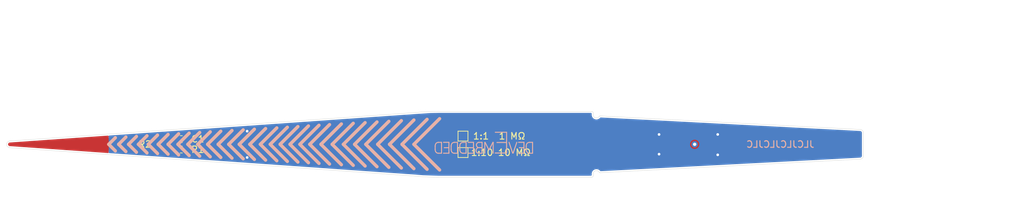
<source format=kicad_pcb>
(kicad_pcb (version 20171130) (host pcbnew 5.1.9-73d0e3b20d~88~ubuntu20.04.1)

  (general
    (thickness 1)
    (drawings 166)
    (tracks 38)
    (zones 0)
    (modules 6)
    (nets 5)
  )

  (page A4)
  (layers
    (0 F.Cu signal)
    (31 B.Cu signal)
    (32 B.Adhes user)
    (33 F.Adhes user)
    (34 B.Paste user)
    (35 F.Paste user)
    (36 B.SilkS user)
    (37 F.SilkS user)
    (38 B.Mask user)
    (39 F.Mask user)
    (40 Dwgs.User user)
    (41 Cmts.User user)
    (42 Eco1.User user)
    (43 Eco2.User user)
    (44 Edge.Cuts user)
    (45 Margin user)
    (46 B.CrtYd user)
    (47 F.CrtYd user)
    (48 B.Fab user)
    (49 F.Fab user)
  )

  (setup
    (last_trace_width 0.5)
    (trace_clearance 0.2)
    (zone_clearance 0.5)
    (zone_45_only no)
    (trace_min 0.2)
    (via_size 0.8)
    (via_drill 0.4)
    (via_min_size 0.4)
    (via_min_drill 0.3)
    (uvia_size 0.3)
    (uvia_drill 0.1)
    (uvias_allowed no)
    (uvia_min_size 0.2)
    (uvia_min_drill 0.1)
    (edge_width 0.05)
    (segment_width 0.2)
    (pcb_text_width 0.3)
    (pcb_text_size 1.5 1.5)
    (mod_edge_width 0.12)
    (mod_text_size 1 1)
    (mod_text_width 0.15)
    (pad_size 1.524 1.524)
    (pad_drill 0.762)
    (pad_to_mask_clearance 0.051)
    (solder_mask_min_width 0.25)
    (aux_axis_origin 120 90)
    (grid_origin 120 90)
    (visible_elements FFFFFF7F)
    (pcbplotparams
      (layerselection 0x010fc_ffffffff)
      (usegerberextensions false)
      (usegerberattributes false)
      (usegerberadvancedattributes false)
      (creategerberjobfile false)
      (excludeedgelayer true)
      (linewidth 0.100000)
      (plotframeref false)
      (viasonmask false)
      (mode 1)
      (useauxorigin false)
      (hpglpennumber 1)
      (hpglpenspeed 20)
      (hpglpendiameter 15.000000)
      (psnegative false)
      (psa4output false)
      (plotreference true)
      (plotvalue true)
      (plotinvisibletext false)
      (padsonsilk false)
      (subtractmaskfromsilk false)
      (outputformat 1)
      (mirror false)
      (drillshape 1)
      (scaleselection 1)
      (outputdirectory ""))
  )

  (net 0 "")
  (net 1 GND)
  (net 2 /AMP)
  (net 3 /TIP)
  (net 4 "Net-(C1-Pad1)")

  (net_class Default "This is the default net class."
    (clearance 0.2)
    (trace_width 0.5)
    (via_dia 0.8)
    (via_drill 0.4)
    (uvia_dia 0.3)
    (uvia_drill 0.1)
    (add_net /AMP)
    (add_net /TIP)
    (add_net GND)
    (add_net "Net-(C1-Pad1)")
  )

  (module TestPoint:TestPoint_THTPad_D1.0mm_Drill0.5mm (layer F.Cu) (tedit 6099379C) (tstamp 5FFCF0EF)
    (at 228.9 100)
    (descr "THT pad as test Point, diameter 1.0mm, hole diameter 0.5mm")
    (tags "test point THT pad")
    (path /5FFCA007)
    (fp_text reference J2 (at 0 -1.448) (layer F.SilkS) hide
      (effects (font (size 1 1) (thickness 0.15)))
    )
    (fp_text value TO_AMP (at 0 1.55) (layer F.Fab)
      (effects (font (size 1 1) (thickness 0.15)))
    )
    (fp_text user %R (at 0 -1.45) (layer F.Fab)
      (effects (font (size 1 1) (thickness 0.15)))
    )
    (fp_circle (center 0 0) (end 1 0) (layer F.CrtYd) (width 0.05))
    (pad 1 thru_hole circle (at 0 0) (size 1 1) (drill 0.5) (layers *.Cu *.Mask)
      (net 2 /AMP))
  )

  (module Resistor_SMD:R_0603_1608Metric (layer F.Cu) (tedit 5B301BBD) (tstamp 60990555)
    (at 148 100 180)
    (descr "Resistor SMD 0603 (1608 Metric), square (rectangular) end terminal, IPC_7351 nominal, (Body size source: http://www.tortai-tech.com/upload/download/2011102023233369053.pdf), generated with kicad-footprint-generator")
    (tags resistor)
    (path /609904A1)
    (attr smd)
    (fp_text reference R2 (at 2.5 0) (layer F.SilkS)
      (effects (font (size 1 1) (thickness 0.15)))
    )
    (fp_text value 220 (at 0 1.43) (layer F.Fab)
      (effects (font (size 1 1) (thickness 0.15)))
    )
    (fp_text user %R (at 0 0) (layer F.Fab)
      (effects (font (size 0.4 0.4) (thickness 0.06)))
    )
    (fp_line (start -0.8 0.4) (end -0.8 -0.4) (layer F.Fab) (width 0.1))
    (fp_line (start -0.8 -0.4) (end 0.8 -0.4) (layer F.Fab) (width 0.1))
    (fp_line (start 0.8 -0.4) (end 0.8 0.4) (layer F.Fab) (width 0.1))
    (fp_line (start 0.8 0.4) (end -0.8 0.4) (layer F.Fab) (width 0.1))
    (fp_line (start -0.162779 -0.51) (end 0.162779 -0.51) (layer F.SilkS) (width 0.12))
    (fp_line (start -0.162779 0.51) (end 0.162779 0.51) (layer F.SilkS) (width 0.12))
    (fp_line (start -1.48 0.73) (end -1.48 -0.73) (layer F.CrtYd) (width 0.05))
    (fp_line (start -1.48 -0.73) (end 1.48 -0.73) (layer F.CrtYd) (width 0.05))
    (fp_line (start 1.48 -0.73) (end 1.48 0.73) (layer F.CrtYd) (width 0.05))
    (fp_line (start 1.48 0.73) (end -1.48 0.73) (layer F.CrtYd) (width 0.05))
    (pad 2 smd roundrect (at 0.7875 0 180) (size 0.875 0.95) (layers F.Cu F.Paste F.Mask) (roundrect_rratio 0.25)
      (net 3 /TIP))
    (pad 1 smd roundrect (at -0.7875 0 180) (size 0.875 0.95) (layers F.Cu F.Paste F.Mask) (roundrect_rratio 0.25)
      (net 4 "Net-(C1-Pad1)"))
    (model ${KISYS3DMOD}/Resistor_SMD.3dshapes/R_0603_1608Metric.wrl
      (at (xyz 0 0 0))
      (scale (xyz 1 1 1))
      (rotate (xyz 0 0 0))
    )
  )

  (module oscilloscope-probes:SIMPLE_PAD (layer F.Cu) (tedit 5FFCA1B5) (tstamp 5FFCF0FD)
    (at 226.2 101.4)
    (path /5FFCB7FA)
    (fp_text reference J3 (at 0 1.905) (layer F.SilkS) hide
      (effects (font (size 1 1) (thickness 0.15)))
    )
    (fp_text value GND (at 0 -1.905) (layer F.Fab) hide
      (effects (font (size 1 1) (thickness 0.15)))
    )
    (pad 1 smd circle (at 0 0) (size 1 1) (layers F.Cu F.Mask)
      (net 1 GND))
  )

  (module oscilloscope-probes:SIMPLE_PAD (layer F.Cu) (tedit 5FFCA1B5) (tstamp 5FFCF0E1)
    (at 135 100)
    (path /5FFC9D55)
    (fp_text reference J1 (at 0 1.905) (layer F.SilkS) hide
      (effects (font (size 1 1) (thickness 0.15)))
    )
    (fp_text value TIP (at 0 -1.905) (layer F.Fab) hide
      (effects (font (size 1 1) (thickness 0.15)))
    )
    (pad 1 smd circle (at 0 0) (size 1 1) (layers F.Cu F.Mask)
      (net 3 /TIP))
  )

  (module Resistor_SMD:R_0603_1608Metric (layer F.Cu) (tedit 5B301BBD) (tstamp 5FFCF10E)
    (at 151 100.8 180)
    (descr "Resistor SMD 0603 (1608 Metric), square (rectangular) end terminal, IPC_7351 nominal, (Body size source: http://www.tortai-tech.com/upload/download/2011102023233369053.pdf), generated with kicad-footprint-generator")
    (tags resistor)
    (path /5FFCA62C)
    (attr smd)
    (fp_text reference R1 (at -2.5 0) (layer F.SilkS)
      (effects (font (size 1 1) (thickness 0.15)))
    )
    (fp_text value 9.53M (at 0 1.43) (layer F.Fab)
      (effects (font (size 1 1) (thickness 0.15)))
    )
    (fp_line (start -0.8 0.4) (end -0.8 -0.4) (layer F.Fab) (width 0.1))
    (fp_line (start -0.8 -0.4) (end 0.8 -0.4) (layer F.Fab) (width 0.1))
    (fp_line (start 0.8 -0.4) (end 0.8 0.4) (layer F.Fab) (width 0.1))
    (fp_line (start 0.8 0.4) (end -0.8 0.4) (layer F.Fab) (width 0.1))
    (fp_line (start -0.162779 -0.51) (end 0.162779 -0.51) (layer F.SilkS) (width 0.12))
    (fp_line (start -0.162779 0.51) (end 0.162779 0.51) (layer F.SilkS) (width 0.12))
    (fp_line (start -1.48 0.73) (end -1.48 -0.73) (layer F.CrtYd) (width 0.05))
    (fp_line (start -1.48 -0.73) (end 1.48 -0.73) (layer F.CrtYd) (width 0.05))
    (fp_line (start 1.48 -0.73) (end 1.48 0.73) (layer F.CrtYd) (width 0.05))
    (fp_line (start 1.48 0.73) (end -1.48 0.73) (layer F.CrtYd) (width 0.05))
    (fp_text user %R (at 0 0) (layer F.Fab)
      (effects (font (size 0.4 0.4) (thickness 0.06)))
    )
    (pad 2 smd roundrect (at 0.7875 0 180) (size 0.875 0.95) (layers F.Cu F.Paste F.Mask) (roundrect_rratio 0.25)
      (net 4 "Net-(C1-Pad1)"))
    (pad 1 smd roundrect (at -0.7875 0 180) (size 0.875 0.95) (layers F.Cu F.Paste F.Mask) (roundrect_rratio 0.25)
      (net 2 /AMP))
    (model ${KISYS3DMOD}/Resistor_SMD.3dshapes/R_0603_1608Metric.wrl
      (at (xyz 0 0 0))
      (scale (xyz 1 1 1))
      (rotate (xyz 0 0 0))
    )
  )

  (module Capacitor_SMD:C_0603_1608Metric (layer F.Cu) (tedit 5B301BBE) (tstamp 5FFCF0D3)
    (at 151 99.2)
    (descr "Capacitor SMD 0603 (1608 Metric), square (rectangular) end terminal, IPC_7351 nominal, (Body size source: http://www.tortai-tech.com/upload/download/2011102023233369053.pdf), generated with kicad-footprint-generator")
    (tags capacitor)
    (path /5FFCAB53)
    (attr smd)
    (fp_text reference C1 (at 2.5 0) (layer F.SilkS)
      (effects (font (size 1 1) (thickness 0.15)))
    )
    (fp_text value 1.0pF (at 0 1.43) (layer F.Fab)
      (effects (font (size 1 1) (thickness 0.15)))
    )
    (fp_line (start -0.8 0.4) (end -0.8 -0.4) (layer F.Fab) (width 0.1))
    (fp_line (start -0.8 -0.4) (end 0.8 -0.4) (layer F.Fab) (width 0.1))
    (fp_line (start 0.8 -0.4) (end 0.8 0.4) (layer F.Fab) (width 0.1))
    (fp_line (start 0.8 0.4) (end -0.8 0.4) (layer F.Fab) (width 0.1))
    (fp_line (start -0.162779 -0.51) (end 0.162779 -0.51) (layer F.SilkS) (width 0.12))
    (fp_line (start -0.162779 0.51) (end 0.162779 0.51) (layer F.SilkS) (width 0.12))
    (fp_line (start -1.48 0.73) (end -1.48 -0.73) (layer F.CrtYd) (width 0.05))
    (fp_line (start -1.48 -0.73) (end 1.48 -0.73) (layer F.CrtYd) (width 0.05))
    (fp_line (start 1.48 -0.73) (end 1.48 0.73) (layer F.CrtYd) (width 0.05))
    (fp_line (start 1.48 0.73) (end -1.48 0.73) (layer F.CrtYd) (width 0.05))
    (fp_text user %R (at 0 0) (layer F.Fab)
      (effects (font (size 0.4 0.4) (thickness 0.06)))
    )
    (pad 2 smd roundrect (at 0.7875 0) (size 0.875 0.95) (layers F.Cu F.Paste F.Mask) (roundrect_rratio 0.25)
      (net 2 /AMP))
    (pad 1 smd roundrect (at -0.7875 0) (size 0.875 0.95) (layers F.Cu F.Paste F.Mask) (roundrect_rratio 0.25)
      (net 4 "Net-(C1-Pad1)"))
    (model ${KISYS3DMOD}/Capacitor_SMD.3dshapes/C_0603_1608Metric.wrl
      (at (xyz 0 0 0))
      (scale (xyz 1 1 1))
      (rotate (xyz 0 0 0))
    )
  )

  (gr_line (start 213.5 104.8) (end 213.5 104.5) (layer Edge.Cuts) (width 0.05) (tstamp 60996872))
  (gr_line (start 213.5 95.2) (end 213.5 95.5) (layer Edge.Cuts) (width 0.05) (tstamp 6099686D))
  (gr_arc (start 213.3 104.8) (end 213.5 104.8) (angle 90) (layer Edge.Cuts) (width 0.05) (tstamp 6099686A))
  (gr_arc (start 213.3 95.2) (end 213.5 95.2) (angle -90) (layer Edge.Cuts) (width 0.05))
  (gr_arc (start 214.527265 104.212087) (end 214.540187 104.312086) (angle 70.79848966) (layer Edge.Cuts) (width 0.05) (tstamp 60996833))
  (gr_arc (start 214.527265 95.787913) (end 214.540187 95.687914) (angle -70.79848966) (layer Edge.Cuts) (width 0.05))
  (gr_arc (start 214 104.5) (end 213.5 104.5) (angle 150.9453959) (layer Edge.Cuts) (width 0.05) (tstamp 60996811))
  (gr_arc (start 214 95.5) (end 213.5 95.5) (angle -150.9453959) (layer Edge.Cuts) (width 0.05))
  (gr_text "1:10 10 MΩ" (at 199.5 101.25) (layer F.SilkS) (tstamp 609967B9)
    (effects (font (size 1 1) (thickness 0.15)))
  )
  (gr_text "1:1  1 MΩ" (at 199.25 98.75) (layer F.SilkS)
    (effects (font (size 1 1) (thickness 0.15)))
  )
  (gr_line (start 194.5 102) (end 193 102) (layer F.SilkS) (width 0.12) (tstamp 6099678D))
  (gr_line (start 194.5 100.5) (end 194.5 102) (layer F.SilkS) (width 0.12))
  (gr_line (start 193 100.5) (end 194.5 100.5) (layer F.SilkS) (width 0.12))
  (gr_line (start 193 102) (end 193 100.5) (layer F.SilkS) (width 0.12))
  (gr_line (start 193 98) (end 193 99.5) (layer F.SilkS) (width 0.12) (tstamp 6099678C))
  (gr_line (start 194.5 98) (end 193 98) (layer F.SilkS) (width 0.12))
  (gr_line (start 194.5 99.5) (end 194.5 98) (layer F.SilkS) (width 0.12))
  (gr_line (start 193 99.5) (end 194.5 99.5) (layer F.SilkS) (width 0.12))
  (gr_line (start 186.3 100) (end 190.2 103.9) (layer B.SilkS) (width 0.5) (tstamp 609962AE))
  (gr_line (start 186.3 100) (end 190.2 96.1) (layer B.SilkS) (width 0.5) (tstamp 609962AD))
  (gr_line (start 184.5 100) (end 188.3 103.8) (layer B.SilkS) (width 0.5) (tstamp 609962AA))
  (gr_line (start 184.5 100) (end 188.3 96.2) (layer B.SilkS) (width 0.5) (tstamp 609962A9))
  (gr_line (start 182.6 100) (end 186.3 103.7) (layer B.SilkS) (width 0.5) (tstamp 609962A6))
  (gr_line (start 182.6 100) (end 186.3 96.3) (layer B.SilkS) (width 0.5) (tstamp 609962A5))
  (gr_line (start 180.8 100) (end 184.4 103.6) (layer B.SilkS) (width 0.5) (tstamp 609962A2))
  (gr_line (start 180.8 100) (end 184.4 96.4) (layer B.SilkS) (width 0.5) (tstamp 609962A1))
  (gr_line (start 179 100) (end 182.5 96.5) (layer B.SilkS) (width 0.5) (tstamp 60996298))
  (gr_line (start 179 100) (end 182.5 103.5) (layer B.SilkS) (width 0.5) (tstamp 60996297))
  (gr_line (start 177.3 100) (end 180.7 103.4) (layer B.SilkS) (width 0.5) (tstamp 60996294))
  (gr_line (start 177.3 100) (end 180.7 96.6) (layer B.SilkS) (width 0.5) (tstamp 60996293))
  (gr_line (start 175.6 100) (end 178.9 96.7) (layer B.SilkS) (width 0.5) (tstamp 60996290))
  (gr_line (start 175.6 100) (end 178.9 103.3) (layer B.SilkS) (width 0.5) (tstamp 6099628F))
  (gr_line (start 173.9 100) (end 177.1 103.2) (layer B.SilkS) (width 0.5) (tstamp 6099628C))
  (gr_line (start 173.9 100) (end 177.1 96.8) (layer B.SilkS) (width 0.5) (tstamp 6099628B))
  (gr_line (start 172.2 100) (end 175.3 96.9) (layer B.SilkS) (width 0.5) (tstamp 60996288))
  (gr_line (start 172.2 100) (end 175.3 103.1) (layer B.SilkS) (width 0.5) (tstamp 60996287))
  (gr_line (start 170.5 100) (end 173.5 103) (layer B.SilkS) (width 0.5) (tstamp 6099627E))
  (gr_line (start 170.5 100) (end 173.5 97) (layer B.SilkS) (width 0.5) (tstamp 6099627D))
  (gr_line (start 169 100) (end 171.9 97.1) (layer B.SilkS) (width 0.5) (tstamp 6099625F))
  (gr_line (start 169 100) (end 171.9 102.9) (layer B.SilkS) (width 0.5) (tstamp 6099625E))
  (gr_line (start 167.5 100) (end 170.3 102.8) (layer B.SilkS) (width 0.5) (tstamp 6099625B))
  (gr_line (start 167.5 100) (end 170.3 97.2) (layer B.SilkS) (width 0.5) (tstamp 6099625A))
  (gr_line (start 166 100) (end 168.7 102.7) (layer B.SilkS) (width 0.5) (tstamp 60996257))
  (gr_line (start 166 100) (end 168.7 97.3) (layer B.SilkS) (width 0.5) (tstamp 60996256))
  (gr_line (start 164.5 100) (end 167.1 97.4) (layer B.SilkS) (width 0.5) (tstamp 60996253))
  (gr_line (start 164.5 100) (end 167.1 102.6) (layer B.SilkS) (width 0.5) (tstamp 60996252))
  (gr_line (start 163 100) (end 165.5 97.5) (layer B.SilkS) (width 0.5) (tstamp 6099624A))
  (gr_line (start 163 100) (end 165.5 102.5) (layer B.SilkS) (width 0.5) (tstamp 60996249))
  (gr_line (start 161.4 100) (end 163.8 97.6) (layer B.SilkS) (width 0.5) (tstamp 6099623F))
  (gr_line (start 161.4 100) (end 163.8 102.4) (layer B.SilkS) (width 0.5) (tstamp 6099623E))
  (gr_line (start 159.8 100) (end 162.1 97.7) (layer B.SilkS) (width 0.5) (tstamp 60996234))
  (gr_line (start 159.8 100) (end 162.1 102.3) (layer B.SilkS) (width 0.5) (tstamp 60996233))
  (gr_line (start 158.2 100) (end 160.4 97.8) (layer B.SilkS) (width 0.5) (tstamp 60996230))
  (gr_line (start 158.2 100) (end 160.4 102.2) (layer B.SilkS) (width 0.5) (tstamp 6099622F))
  (gr_line (start 156.6 100) (end 158.7 102.1) (layer B.SilkS) (width 0.5) (tstamp 6099622C))
  (gr_line (start 156.6 100) (end 158.7 97.9) (layer B.SilkS) (width 0.5) (tstamp 6099622B))
  (gr_line (start 155 100) (end 157 102) (layer B.SilkS) (width 0.5) (tstamp 60996228))
  (gr_line (start 155 100) (end 157 98) (layer B.SilkS) (width 0.5) (tstamp 60996227))
  (gr_line (start 153.5 100) (end 155.4 101.9) (layer B.SilkS) (width 0.5) (tstamp 6099621F))
  (gr_line (start 153.5 100) (end 155.4 98.1) (layer B.SilkS) (width 0.5) (tstamp 6099621E))
  (gr_line (start 152 100) (end 153.8 101.8) (layer B.SilkS) (width 0.5) (tstamp 60996218))
  (gr_line (start 152 100) (end 153.8 98.2) (layer B.SilkS) (width 0.5) (tstamp 60996217))
  (gr_line (start 150.5 100) (end 152.2 101.7) (layer B.SilkS) (width 0.5) (tstamp 609961B7))
  (gr_line (start 150.5 100) (end 152.2 98.3) (layer B.SilkS) (width 0.5) (tstamp 609961B6))
  (gr_line (start 149 100) (end 150.6 98.4) (layer B.SilkS) (width 0.5) (tstamp 609961B3))
  (gr_line (start 149 100) (end 150.6 101.6) (layer B.SilkS) (width 0.5) (tstamp 609961B2))
  (gr_line (start 147.5 100) (end 149 98.5) (layer B.SilkS) (width 0.5) (tstamp 609961AF))
  (gr_line (start 147.5 100) (end 149 101.5) (layer B.SilkS) (width 0.5) (tstamp 609961AE))
  (gr_line (start 146 100) (end 147.4 98.6) (layer B.SilkS) (width 0.5) (tstamp 609961AB))
  (gr_line (start 146 100) (end 147.4 101.4) (layer B.SilkS) (width 0.5) (tstamp 609961AA))
  (gr_line (start 144.5 100) (end 145.8 98.7) (layer B.SilkS) (width 0.5) (tstamp 609961A7))
  (gr_line (start 144.5 100) (end 145.8 101.3) (layer B.SilkS) (width 0.5) (tstamp 609961A6))
  (gr_line (start 143 100) (end 144.2 98.8) (layer B.SilkS) (width 0.5) (tstamp 609961A3))
  (gr_line (start 143 100) (end 144.2 101.2) (layer B.SilkS) (width 0.5) (tstamp 609961A2))
  (gr_line (start 141.5 100) (end 142.6 101.1) (layer B.SilkS) (width 0.5) (tstamp 6099619F))
  (gr_line (start 141.5 100) (end 142.6 98.9) (layer B.SilkS) (width 0.5) (tstamp 6099619E))
  (gr_line (start 140 100) (end 141 101) (layer B.SilkS) (width 0.5))
  (gr_line (start 140 100) (end 141 99) (layer B.SilkS) (width 0.5))
  (gr_line (start 200.367772 99.720615) (end 198.897984 99.720615) (layer B.SilkS) (width 0.15))
  (gr_line (start 195.346222 101.355744) (end 194.524964 101.355744) (layer B.SilkS) (width 0.15))
  (gr_line (start 204.30635 99.700935) (end 203.839948 99.700935) (layer B.SilkS) (width 0.15))
  (gr_curve (pts (xy 191.953396 100.774499) (xy 191.953396 101.188094) (xy 192.204103 101.357429) (xy 192.435949 101.357429)) (layer B.SilkS) (width 0.15))
  (gr_line (start 201.369427 101.311794) (end 201.276761 101.311794) (layer B.SilkS) (width 0.15))
  (gr_curve (pts (xy 203.343086 100.774499) (xy 203.343086 101.188094) (xy 203.593794 101.357429) (xy 203.825639 101.357429)) (layer B.SilkS) (width 0.15))
  (gr_line (start 196.649599 101.345359) (end 196.649599 99.700595) (layer B.SilkS) (width 0.15))
  (gr_line (start 200.366402 98.16867) (end 200.366402 101.321424) (layer B.SilkS) (width 0.15))
  (gr_curve (pts (xy 195.728502 100.943639) (xy 195.730852 101.247419) (xy 195.998043 101.356339) (xy 196.1412 101.356339)) (layer B.SilkS) (width 0.15))
  (gr_curve (pts (xy 190.026183 99.700935) (xy 189.760214 99.700915) (xy 189.529321 99.875795) (xy 189.529321 100.276049)) (layer B.SilkS) (width 0.15))
  (gr_curve (pts (xy 203.839948 99.700935) (xy 203.573979 99.700915) (xy 203.343086 99.875795) (xy 203.343086 100.276049)) (layer B.SilkS) (width 0.15))
  (gr_curve (pts (xy 192.450258 99.700935) (xy 192.184289 99.700915) (xy 191.953396 99.875795) (xy 191.953396 100.276049)) (layer B.SilkS) (width 0.15))
  (gr_line (start 198.649228 98.16867) (end 200.366402 98.16867) (layer B.SilkS) (width 0.15))
  (gr_line (start 201.276761 101.311794) (end 200.737524 99.690475) (layer B.SilkS) (width 0.15))
  (gr_line (start 197.056657 99.72028) (end 197.056657 101.346349) (layer B.SilkS) (width 0.15))
  (gr_line (start 190.493485 101.354889) (end 190.492585 99.700935) (layer B.SilkS) (width 0.15))
  (gr_curve (pts (xy 195.785501 100.087679) (xy 195.785501 100.373554) (xy 195.997585 100.442209) (xy 195.999116 100.470474)) (layer B.SilkS) (width 0.15))
  (gr_curve (pts (xy 193.760109 99.700935) (xy 193.49414 99.700915) (xy 193.263247 99.875795) (xy 193.263247 100.276049)) (layer B.SilkS) (width 0.15))
  (gr_line (start 191.609976 100.511354) (end 190.907077 100.511354) (layer B.SilkS) (width 0.15))
  (gr_line (start 195.344288 100.511354) (end 194.641389 100.511354) (layer B.SilkS) (width 0.15))
  (gr_line (start 191.61191 99.7) (end 191.61191 101.355744) (layer B.SilkS) (width 0.15))
  (gr_line (start 197.11193 99.72028) (end 197.056657 99.72028) (layer B.SilkS) (width 0.15))
  (gr_line (start 193.7458 101.357429) (end 194.227411 101.354889) (layer B.SilkS) (width 0.15))
  (gr_line (start 201.914507 99.69115) (end 201.369427 101.311794) (layer B.SilkS) (width 0.15))
  (gr_line (start 190.011874 101.357429) (end 190.493485 101.354889) (layer B.SilkS) (width 0.15))
  (gr_line (start 198.333818 101.352709) (end 198.333818 99.71278) (layer B.SilkS) (width 0.15))
  (gr_line (start 190.78953 99.7) (end 191.61191 99.7) (layer B.SilkS) (width 0.15))
  (gr_line (start 203.343086 100.276049) (end 203.343086 100.774499) (layer B.SilkS) (width 0.15))
  (gr_line (start 194.226511 99.700935) (end 193.760109 99.700935) (layer B.SilkS) (width 0.15))
  (gr_line (start 195.999116 100.470474) (end 195.999116 100.524459) (layer B.SilkS) (width 0.15))
  (gr_line (start 203 101.355744) (end 202.178741 101.355744) (layer B.SilkS) (width 0.15))
  (gr_line (start 197.735586 100.801329) (end 197.659398 100.801329) (layer B.SilkS) (width 0.15))
  (gr_line (start 200.366402 101.321424) (end 198.637954 101.321424) (layer B.SilkS) (width 0.15))
  (gr_line (start 193.263247 100.276049) (end 193.263247 100.774499) (layer B.SilkS) (width 0.15))
  (gr_line (start 203.825639 101.357429) (end 204.30725 101.354889) (layer B.SilkS) (width 0.15))
  (gr_line (start 194.523841 99.7) (end 195.346222 99.7) (layer B.SilkS) (width 0.15))
  (gr_line (start 197.659398 100.801329) (end 197.11193 99.72028) (layer B.SilkS) (width 0.15))
  (gr_line (start 196.649599 99.700595) (end 196.172586 99.700595) (layer B.SilkS) (width 0.15))
  (gr_curve (pts (xy 195.999116 100.524459) (xy 195.828742 100.601484) (xy 195.72722 100.777314) (xy 195.728502 100.943639)) (layer B.SilkS) (width 0.15))
  (gr_curve (pts (xy 189.529321 100.774499) (xy 189.529321 101.188094) (xy 189.780028 101.357429) (xy 190.011874 101.357429)) (layer B.SilkS) (width 0.15))
  (gr_line (start 192.435949 101.357429) (end 192.91756 101.354889) (layer B.SilkS) (width 0.15))
  (gr_curve (pts (xy 193.263247 100.774499) (xy 193.263247 101.188094) (xy 193.513954 101.357429) (xy 193.7458 101.357429)) (layer B.SilkS) (width 0.15))
  (gr_line (start 191.61191 101.355744) (end 190.790653 101.355744) (layer B.SilkS) (width 0.15))
  (gr_line (start 196.002494 100.506819) (end 196.64019 100.506819) (layer B.SilkS) (width 0.15))
  (gr_line (start 191.953396 100.276049) (end 191.953396 100.774499) (layer B.SilkS) (width 0.15))
  (gr_line (start 195.346222 99.7) (end 195.346222 101.355744) (layer B.SilkS) (width 0.15))
  (gr_line (start 192.91756 101.354889) (end 192.91666 99.700935) (layer B.SilkS) (width 0.15))
  (gr_line (start 194.227411 101.354889) (end 194.226511 99.700935) (layer B.SilkS) (width 0.15))
  (gr_line (start 196.1412 101.356339) (end 196.649599 101.345359) (layer B.SilkS) (width 0.15))
  (gr_line (start 204.30725 101.354889) (end 204.30635 99.700935) (layer B.SilkS) (width 0.15))
  (gr_line (start 198.333818 99.71278) (end 198.284043 99.71278) (layer B.SilkS) (width 0.15))
  (gr_line (start 202.998065 100.511354) (end 202.295166 100.511354) (layer B.SilkS) (width 0.15))
  (gr_line (start 192.91666 99.700935) (end 192.450258 99.700935) (layer B.SilkS) (width 0.15))
  (gr_curve (pts (xy 196.172586 99.700595) (xy 195.943417 99.698095) (xy 195.785501 99.905205) (xy 195.785501 100.087679)) (layer B.SilkS) (width 0.15))
  (gr_line (start 202.177618 99.7) (end 203 99.7) (layer B.SilkS) (width 0.15))
  (gr_line (start 190.492585 99.700935) (end 190.026183 99.700935) (layer B.SilkS) (width 0.15))
  (gr_line (start 189.529321 100.276049) (end 189.529321 100.774499) (layer B.SilkS) (width 0.15))
  (gr_line (start 198.284043 99.71278) (end 197.735586 100.801329) (layer B.SilkS) (width 0.15))
  (gr_line (start 203 99.7) (end 203 101.355744) (layer B.SilkS) (width 0.15))
  (gr_line (start 228.9 106) (end 228.9 82.1) (layer Dwgs.User) (width 0.05) (tstamp 609907D3))
  (dimension 1 (width 0.15) (layer Dwgs.User)
    (gr_text "1.000 mm" (at 269.499999 101.8 -90) (layer Dwgs.User)
      (effects (font (size 1 1) (thickness 0.15)) (justify left))
    )
    (feature1 (pts (xy 266.3 102.3) (xy 268.78642 102.3)))
    (feature2 (pts (xy 266.3 101.3) (xy 268.78642 101.3)))
    (crossbar (pts (xy 268.199999 101.3) (xy 268.199999 102.3)))
    (arrow1a (pts (xy 268.199999 102.3) (xy 267.613578 101.173496)))
    (arrow1b (pts (xy 268.199999 102.3) (xy 268.78642 101.173496)))
    (arrow2a (pts (xy 268.199999 101.3) (xy 267.613578 102.426504)))
    (arrow2b (pts (xy 268.199999 101.3) (xy 268.78642 102.426504)))
  )
  (dimension 2.3 (width 0.15) (layer Dwgs.User)
    (gr_text "2.300 mm" (at 272.2 98.85 90) (layer Dwgs.User) (tstamp 60995C2E)
      (effects (font (size 1 1) (thickness 0.15)) (justify left))
    )
    (feature1 (pts (xy 266.5 97.7) (xy 271.486421 97.7)))
    (feature2 (pts (xy 266.5 100) (xy 271.486421 100)))
    (crossbar (pts (xy 270.9 100) (xy 270.9 97.7)))
    (arrow1a (pts (xy 270.9 97.7) (xy 271.486421 98.826504)))
    (arrow1b (pts (xy 270.9 97.7) (xy 270.313579 98.826504)))
    (arrow2a (pts (xy 270.9 100) (xy 271.486421 98.873496)))
    (arrow2b (pts (xy 270.9 100) (xy 270.313579 98.873496)))
  )
  (dimension 2.3 (width 0.15) (layer Dwgs.User)
    (gr_text "2.300 mm" (at 273.7 101.15 90) (layer Dwgs.User)
      (effects (font (size 1 1) (thickness 0.15)) (justify left))
    )
    (feature1 (pts (xy 266.5 102.3) (xy 272.986421 102.3)))
    (feature2 (pts (xy 266.5 100) (xy 272.986421 100)))
    (crossbar (pts (xy 272.4 100) (xy 272.4 102.3)))
    (arrow1a (pts (xy 272.4 102.3) (xy 271.813579 101.173496)))
    (arrow1b (pts (xy 272.4 102.3) (xy 272.986421 101.173496)))
    (arrow2a (pts (xy 272.4 100) (xy 271.813579 101.126504)))
    (arrow2b (pts (xy 272.4 100) (xy 272.986421 101.126504)))
  )
  (gr_line (start 222.2 101.3) (end 266.5 101.3) (layer Dwgs.User) (width 0.05) (tstamp 60995C24))
  (gr_line (start 222.2 102.3) (end 266.5 102.3) (layer Dwgs.User) (width 0.05) (tstamp 60995C23))
  (gr_line (start 222.2 98.7) (end 266.5 98.7) (layer Dwgs.User) (width 0.05) (tstamp 60995C18))
  (gr_line (start 222.2 97.7) (end 266.5 97.7) (layer Dwgs.User) (width 0.05) (tstamp 60995C16))
  (gr_line (start 255 100) (end 266.5 100) (layer Dwgs.User) (width 0.05))
  (gr_poly (pts (xy 230.2 97.5) (xy 230.5 97.8) (xy 230.6 98) (xy 230.6 102) (xy 230.5 102.2) (xy 230.2 102.5) (xy 230 102.6) (xy 225.5 102.6) (xy 225.3 102.5) (xy 225 102.2) (xy 224.9 102) (xy 224.9 98) (xy 225 97.8) (xy 225.3 97.5) (xy 225.5 97.4) (xy 230 97.4)) (layer F.Mask) (width 0.1))
  (gr_line (start 226.3 106.1) (end 226.3 82.2) (layer Dwgs.User) (width 0.05) (tstamp 609907D6))
  (dimension 15.4 (width 0.15) (layer Dwgs.User)
    (gr_text "15.400 mm" (at 221.2 82.2) (layer Dwgs.User)
      (effects (font (size 1 1) (thickness 0.15)))
    )
    (feature1 (pts (xy 228.9 84.05) (xy 228.9 82.913579)))
    (feature2 (pts (xy 213.5 84.05) (xy 213.5 82.913579)))
    (crossbar (pts (xy 213.5 83.5) (xy 228.9 83.5)))
    (arrow1a (pts (xy 228.9 83.5) (xy 227.773496 84.086421)))
    (arrow1b (pts (xy 228.9 83.5) (xy 227.773496 82.913579)))
    (arrow2a (pts (xy 213.5 83.5) (xy 214.626504 84.086421)))
    (arrow2b (pts (xy 213.5 83.5) (xy 214.626504 82.913579)))
  )
  (dimension 12.75 (width 0.15) (layer Dwgs.User)
    (gr_text "12.750 mm" (at 219.875 85.65) (layer Dwgs.User)
      (effects (font (size 1 1) (thickness 0.15)))
    )
    (feature1 (pts (xy 226.25 88) (xy 226.25 86.363579)))
    (feature2 (pts (xy 213.5 88) (xy 213.5 86.363579)))
    (crossbar (pts (xy 213.5 86.95) (xy 226.25 86.95)))
    (arrow1a (pts (xy 226.25 86.95) (xy 225.123496 87.536421)))
    (arrow1b (pts (xy 226.25 86.95) (xy 225.123496 86.363579)))
    (arrow2a (pts (xy 213.5 86.95) (xy 214.626504 87.536421)))
    (arrow2b (pts (xy 213.5 86.95) (xy 214.626504 86.363579)))
  )
  (gr_text "Enclosure\nfront edge" (at 213.6 79.7) (layer Dwgs.User)
    (effects (font (size 1 1) (thickness 0.15)))
  )
  (gr_line (start 213.5 105.9) (end 213.5 82) (layer Dwgs.User) (width 0.05))
  (gr_arc (start 254 101.75) (end 254 102.25) (angle -90) (layer Edge.Cuts) (width 0.05))
  (gr_arc (start 254 98.25) (end 254.5 98.25) (angle -90) (layer Edge.Cuts) (width 0.05))
  (gr_line (start 214.540187 104.312086) (end 254 102.25) (layer Edge.Cuts) (width 0.05) (tstamp 60990691))
  (gr_line (start 214.540187 95.687914) (end 254 97.75) (layer Edge.Cuts) (width 0.05) (tstamp 60996859))
  (gr_text JLCJLCJLCJLC (at 241.9 100) (layer B.SilkS)
    (effects (font (size 1 1) (thickness 0.16)) (justify mirror))
  )
  (gr_poly (pts (xy 139.75 101.5) (xy 124.5 100.5) (xy 124.5 99.5) (xy 139.75 98.5)) (layer F.Mask) (width 0.1))
  (gr_line (start 254.5 101.75) (end 254.5 98.25) (layer Edge.Cuts) (width 0.05) (tstamp 5FFCF18B))
  (gr_line (start 125 100.5) (end 186.51737 104.826302) (layer Edge.Cuts) (width 0.05) (tstamp 5FFCF16F))
  (gr_line (start 190 105) (end 213.3 105) (layer Edge.Cuts) (width 0.05) (tstamp 5FFCF16E))
  (gr_arc (start 190 70) (end 190 105) (angle 5.710593137) (layer Edge.Cuts) (width 0.05) (tstamp 5FFCF16D))
  (gr_arc (start 190 130) (end 190 95) (angle -5.710593137) (layer Edge.Cuts) (width 0.05))
  (gr_line (start 125 99.5) (end 186.51737 95.173698) (layer Edge.Cuts) (width 0.05))
  (gr_line (start 190 95) (end 213.3 95) (layer Edge.Cuts) (width 0.05))
  (gr_arc (start 125 100) (end 125 99.5) (angle -180) (layer Edge.Cuts) (width 0.05))

  (via (at 161 98) (size 0.8) (drill 0.4) (layers F.Cu B.Cu) (net 1))
  (via (at 223.5 98.5) (size 0.8) (drill 0.4) (layers F.Cu B.Cu) (net 1))
  (segment (start 222.9 97.9) (end 223.5 98.5) (width 0.5) (layer F.Cu) (net 1))
  (segment (start 211.7 96.6) (end 213 97.9) (width 0.5) (layer F.Cu) (net 1))
  (segment (start 183.9 96.6) (end 211.7 96.6) (width 0.5) (layer F.Cu) (net 1))
  (segment (start 213 97.9) (end 222.9 97.9) (width 0.5) (layer F.Cu) (net 1))
  (segment (start 182.5 98) (end 183.9 96.6) (width 0.5) (layer F.Cu) (net 1))
  (segment (start 161 98) (end 182.5 98) (width 0.5) (layer F.Cu) (net 1))
  (via (at 232.4 98.5) (size 0.8) (drill 0.4) (layers F.Cu B.Cu) (net 1))
  (segment (start 223.5 98.5) (end 232.4 98.5) (width 0.5) (layer B.Cu) (net 1))
  (via (at 161 102) (size 0.8) (drill 0.4) (layers F.Cu B.Cu) (net 1))
  (segment (start 223.1 101.9) (end 223.5 101.5) (width 0.5) (layer F.Cu) (net 1))
  (via (at 223.5 101.5) (size 0.8) (drill 0.4) (layers F.Cu B.Cu) (net 1))
  (segment (start 182.1 102) (end 183.5 103.4) (width 0.5) (layer F.Cu) (net 1))
  (via (at 232.4 101.6) (size 0.8) (drill 0.4) (layers F.Cu B.Cu) (net 1))
  (segment (start 183.5 103.4) (end 211.9 103.4) (width 0.5) (layer F.Cu) (net 1))
  (segment (start 161 102) (end 182.1 102) (width 0.5) (layer F.Cu) (net 1))
  (segment (start 213.4 101.9) (end 223.1 101.9) (width 0.5) (layer F.Cu) (net 1))
  (segment (start 211.9 103.4) (end 213.4 101.9) (width 0.5) (layer F.Cu) (net 1))
  (segment (start 226.7 100) (end 226.9 100) (width 0.5) (layer F.Cu) (net 2))
  (segment (start 226.7 100) (end 228.9 100) (width 0.5) (layer F.Cu) (net 2))
  (segment (start 227 100) (end 227.8 100.8) (width 0.5) (layer F.Cu) (net 2))
  (segment (start 227.8 100.8) (end 227.8 100.9) (width 0.5) (layer F.Cu) (net 2))
  (segment (start 226.9 100) (end 227 100) (width 0.5) (layer F.Cu) (net 2))
  (segment (start 228.2 98.8) (end 228.3 98.8) (width 0.5) (layer F.Cu) (net 2))
  (segment (start 227 100) (end 228.2 98.8) (width 0.5) (layer F.Cu) (net 2))
  (segment (start 152.5875 100) (end 151.7875 99.2) (width 0.5) (layer F.Cu) (net 2))
  (segment (start 226.7 100) (end 152.5875 100) (width 0.5) (layer F.Cu) (net 2))
  (segment (start 151.7875 100.8) (end 152.5875 100) (width 0.5) (layer F.Cu) (net 2))
  (segment (start 140.8 100) (end 140.6 100) (width 0.5) (layer F.Cu) (net 3))
  (segment (start 147.2125 100) (end 140.8 100) (width 0.5) (layer F.Cu) (net 3))
  (segment (start 140.8 100) (end 135 100) (width 0.5) (layer F.Cu) (net 3))
  (segment (start 140.6 100) (end 139.8 99.2) (width 0.5) (layer F.Cu) (net 3))
  (segment (start 140.6 100) (end 139.9 100.7) (width 0.5) (layer F.Cu) (net 3))
  (segment (start 139.9 100.7) (end 139.7 100.9) (width 0.5) (layer F.Cu) (net 3))
  (segment (start 149.4125 100) (end 150.2125 99.2) (width 0.5) (layer F.Cu) (net 4))
  (segment (start 149.4125 100) (end 150.2125 100.8) (width 0.5) (layer F.Cu) (net 4))
  (segment (start 148.7875 100) (end 149.4125 100) (width 0.5) (layer F.Cu) (net 4))

  (zone (net 3) (net_name /TIP) (layer F.Cu) (tstamp 5FFDC7B4) (hatch edge 0.508)
    (priority 1)
    (connect_pads yes (clearance 0.2))
    (min_thickness 0.2)
    (fill yes (arc_segments 32) (thermal_gap 0.508) (thermal_bridge_width 0.508))
    (polygon
      (pts
        (xy 140 102.5) (xy 123.5 102.5) (xy 123.5 97.5) (xy 140 97.5)
      )
    )
    (filled_polygon
      (pts
        (xy 139.9 101.222063) (xy 125.027296 100.176118) (xy 124.966311 100.170139) (xy 124.93391 100.160356) (xy 124.904016 100.144462)
        (xy 124.877786 100.123068) (xy 124.856211 100.096989) (xy 124.840111 100.067213) (xy 124.830101 100.034875) (xy 124.826563 100.001212)
        (xy 124.829631 99.967498) (xy 124.839187 99.93503) (xy 124.854872 99.905027) (xy 124.876081 99.878648) (xy 124.902011 99.856891)
        (xy 124.931674 99.840584) (xy 124.963937 99.830349) (xy 125.012011 99.824957) (xy 139.9 98.777937)
      )
    )
  )
  (zone (net 1) (net_name GND) (layer B.Cu) (tstamp 5FFDC7AE) (hatch edge 0.508)
    (priority 1)
    (connect_pads yes (clearance 0.2))
    (min_thickness 0.2)
    (fill yes (arc_segments 32) (thermal_gap 0.508) (thermal_bridge_width 0.508))
    (polygon
      (pts
        (xy 268 108) (xy 140 108) (xy 140 93) (xy 268 93)
      )
    )
    (filled_polygon
      (pts
        (xy 213.175 95.515961) (xy 213.175743 95.523502) (xy 213.177527 95.561732) (xy 213.180576 95.582704) (xy 213.182256 95.603829)
        (xy 213.183087 95.608291) (xy 213.201615 95.704098) (xy 213.210014 95.73237) (xy 213.217998 95.760685) (xy 213.219679 95.764901)
        (xy 213.256464 95.855285) (xy 213.270187 95.881373) (xy 213.283525 95.907611) (xy 213.285992 95.91142) (xy 213.339632 95.992938)
        (xy 213.35815 96.01585) (xy 213.376342 96.039012) (xy 213.379502 96.042269) (xy 213.447954 96.111816) (xy 213.470553 96.13068)
        (xy 213.492912 96.149882) (xy 213.496645 96.152463) (xy 213.577301 96.20739) (xy 213.603154 96.221518) (xy 213.628801 96.236001)
        (xy 213.632964 96.237807) (xy 213.722753 96.276021) (xy 213.750848 96.284855) (xy 213.778827 96.294083) (xy 213.783262 96.295047)
        (xy 213.878764 96.315093) (xy 213.908043 96.318301) (xy 213.937276 96.321919) (xy 213.941814 96.322003) (xy 214.03939 96.323118)
        (xy 214.068747 96.320577) (xy 214.09812 96.318448) (xy 214.102587 96.317649) (xy 214.198521 96.299789) (xy 214.226784 96.291607)
        (xy 214.255216 96.283804) (xy 214.259442 96.282153) (xy 214.350082 96.246001) (xy 214.376291 96.232448) (xy 214.4026 96.219304)
        (xy 214.406417 96.216868) (xy 214.406423 96.216865) (xy 214.406428 96.216861) (xy 214.488317 96.163793) (xy 214.511365 96.145429)
        (xy 214.534646 96.127406) (xy 214.537925 96.124268) (xy 214.607948 96.056303) (xy 214.626966 96.033842) (xy 214.640252 96.018586)
        (xy 253.97565 98.074171) (xy 254.033689 98.079861) (xy 254.06609 98.089644) (xy 254.095982 98.105537) (xy 254.122213 98.126932)
        (xy 254.143791 98.153015) (xy 254.159888 98.182786) (xy 254.169899 98.215125) (xy 254.175001 98.263669) (xy 254.175 101.734106)
        (xy 254.170139 101.783689) (xy 254.160356 101.81609) (xy 254.144462 101.845984) (xy 254.123068 101.872214) (xy 254.096989 101.893789)
        (xy 254.067213 101.909889) (xy 254.034875 101.919899) (xy 253.981226 101.925538) (xy 214.638765 103.981491) (xy 214.598795 103.933857)
        (xy 214.577756 103.913255) (xy 214.556995 103.892348) (xy 214.553479 103.88948) (xy 214.477429 103.828334) (xy 214.452793 103.812213)
        (xy 214.42836 103.795733) (xy 214.424353 103.793602) (xy 214.337874 103.748392) (xy 214.31056 103.737356) (xy 214.283409 103.725943)
        (xy 214.279065 103.724631) (xy 214.185453 103.697079) (xy 214.156506 103.691557) (xy 214.127663 103.685637) (xy 214.12315 103.685194)
        (xy 214.123146 103.685194) (xy 214.025964 103.676349) (xy 213.996504 103.676555) (xy 213.967055 103.67635) (xy 213.962538 103.676792)
        (xy 213.86549 103.686992) (xy 213.836629 103.692917) (xy 213.807701 103.698435) (xy 213.803356 103.699746) (xy 213.710137 103.728602)
        (xy 213.68295 103.740031) (xy 213.655669 103.751053) (xy 213.651662 103.753183) (xy 213.565825 103.799596) (xy 213.541411 103.816064)
        (xy 213.516758 103.832197) (xy 213.513241 103.835065) (xy 213.438052 103.897267) (xy 213.417292 103.918173) (xy 213.396253 103.938775)
        (xy 213.39336 103.942272) (xy 213.393356 103.942276) (xy 213.331684 104.017892) (xy 213.315385 104.042424) (xy 213.298739 104.066736)
        (xy 213.29658 104.070727) (xy 213.250768 104.156888) (xy 213.239536 104.184139) (xy 213.227941 104.211193) (xy 213.226599 104.215528)
        (xy 213.198394 104.308946) (xy 213.192674 104.337837) (xy 213.186548 104.366656) (xy 213.186073 104.37117) (xy 213.176586 104.467932)
        (xy 213.175 104.484039) (xy 213.175 104.675) (xy 190.005379 104.675) (xy 187.699283 104.598499) (xy 186.558151 104.503572)
        (xy 186.556091 104.503222) (xy 140.1 101.236128) (xy 140.1 99.921207) (xy 228.1 99.921207) (xy 228.1 100.078793)
        (xy 228.130743 100.233351) (xy 228.191049 100.378942) (xy 228.278599 100.50997) (xy 228.39003 100.621401) (xy 228.521058 100.708951)
        (xy 228.666649 100.769257) (xy 228.821207 100.8) (xy 228.978793 100.8) (xy 229.133351 100.769257) (xy 229.278942 100.708951)
        (xy 229.40997 100.621401) (xy 229.521401 100.50997) (xy 229.608951 100.378942) (xy 229.669257 100.233351) (xy 229.7 100.078793)
        (xy 229.7 99.921207) (xy 229.669257 99.766649) (xy 229.608951 99.621058) (xy 229.521401 99.49003) (xy 229.40997 99.378599)
        (xy 229.278942 99.291049) (xy 229.133351 99.230743) (xy 228.978793 99.2) (xy 228.821207 99.2) (xy 228.666649 99.230743)
        (xy 228.521058 99.291049) (xy 228.39003 99.378599) (xy 228.278599 99.49003) (xy 228.191049 99.621058) (xy 228.130743 99.766649)
        (xy 228.1 99.921207) (xy 140.1 99.921207) (xy 140.1 98.763872) (xy 186.53981 95.497923) (xy 188.846606 95.344277)
        (xy 190.002719 95.325) (xy 213.175 95.325)
      )
    )
  )
  (zone (net 2) (net_name /AMP) (layer F.Cu) (tstamp 5FFDC7B1) (hatch edge 0.508)
    (priority 1)
    (connect_pads yes (clearance 0.2))
    (min_thickness 0.2)
    (fill yes (arc_segments 32) (thermal_gap 0.508) (thermal_bridge_width 0.508) (smoothing fillet) (radius 0.5))
    (polygon
      (pts
        (xy 230.5 102.3) (xy 227.6 102.3) (xy 227.6 97.7) (xy 230.5 97.7)
      )
    )
    (filled_polygon
      (pts
        (xy 230.103307 97.814464) (xy 230.199567 97.854336) (xy 230.282232 97.917768) (xy 230.345664 98.000433) (xy 230.385536 98.096693)
        (xy 230.4 98.206559) (xy 230.4 101.793441) (xy 230.385536 101.903307) (xy 230.345664 101.999567) (xy 230.282232 102.082232)
        (xy 230.199567 102.145664) (xy 230.103307 102.185536) (xy 229.993441 102.2) (xy 228.106559 102.2) (xy 227.996693 102.185536)
        (xy 227.900433 102.145664) (xy 227.817768 102.082232) (xy 227.754336 101.999567) (xy 227.714464 101.903307) (xy 227.7 101.793441)
        (xy 227.7 98.206559) (xy 227.714464 98.096693) (xy 227.754336 98.000433) (xy 227.817768 97.917768) (xy 227.900433 97.854336)
        (xy 227.996693 97.814464) (xy 228.106559 97.8) (xy 229.993441 97.8)
      )
    )
  )
  (zone (net 1) (net_name GND) (layer F.Cu) (tstamp 60995DDF) (hatch edge 0.508)
    (connect_pads yes (clearance 0.5))
    (min_thickness 0.15)
    (fill yes (arc_segments 32) (thermal_gap 0.508) (thermal_bridge_width 0.508))
    (polygon
      (pts
        (xy 267 107) (xy 140 107) (xy 140 104.5) (xy 152.3 104.5) (xy 152.3 96)
        (xy 140 96) (xy 140 94) (xy 267 94)
      )
    )
    (filled_polygon
      (pts
        (xy 212.90783 95.608971) (xy 212.908682 95.617621) (xy 212.908843 95.618153) (xy 212.911556 95.652272) (xy 212.913089 95.660507)
        (xy 212.931618 95.756315) (xy 212.947107 95.808452) (xy 212.961862 95.860784) (xy 212.964966 95.868565) (xy 213.001751 95.958949)
        (xy 213.027045 96.007034) (xy 213.051709 96.055554) (xy 213.056265 96.062584) (xy 213.109905 96.144102) (xy 213.144068 96.186372)
        (xy 213.177676 96.229163) (xy 213.183511 96.235174) (xy 213.251963 96.304721) (xy 213.293702 96.339564) (xy 213.334963 96.374998)
        (xy 213.341851 96.379759) (xy 213.341857 96.379764) (xy 213.341864 96.379768) (xy 213.42251 96.434689) (xy 213.470223 96.460762)
        (xy 213.517587 96.48751) (xy 213.525272 96.490844) (xy 213.615061 96.529058) (xy 213.666942 96.54537) (xy 213.718584 96.562404)
        (xy 213.72677 96.564182) (xy 213.822272 96.584228) (xy 213.876325 96.590152) (xy 213.930296 96.596831) (xy 213.938671 96.596985)
        (xy 214.036248 96.5981) (xy 214.090407 96.593414) (xy 214.144673 96.58948) (xy 214.152919 96.588004) (xy 214.248853 96.570144)
        (xy 214.301046 96.555034) (xy 214.353521 96.540634) (xy 214.361323 96.537584) (xy 214.36133 96.537581) (xy 214.361334 96.53758)
        (xy 214.361337 96.537578) (xy 214.451962 96.501432) (xy 214.500229 96.476472) (xy 214.54892 96.452147) (xy 214.555982 96.44764)
        (xy 214.637873 96.39457) (xy 214.680374 96.360708) (xy 214.723406 96.327394) (xy 214.729458 96.321601) (xy 214.751922 96.299797)
        (xy 253.900001 98.345592) (xy 253.9 101.654408) (xy 214.751898 103.700204) (xy 214.732287 103.680456) (xy 214.725795 103.675162)
        (xy 214.725792 103.675159) (xy 214.725788 103.675156) (xy 214.649745 103.614016) (xy 214.604278 103.584263) (xy 214.559156 103.553828)
        (xy 214.551764 103.549899) (xy 214.55176 103.549896) (xy 214.551756 103.549894) (xy 214.46528 103.504686) (xy 214.414892 103.484327)
        (xy 214.36473 103.463241) (xy 214.35671 103.46082) (xy 214.263099 103.433268) (xy 214.209726 103.423087) (xy 214.156407 103.412142)
        (xy 214.148069 103.411325) (xy 214.050887 103.402481) (xy 213.996542 103.402861) (xy 213.94213 103.402481) (xy 213.933793 103.403299)
        (xy 213.93379 103.403299) (xy 213.933787 103.4033) (xy 213.836745 103.413499) (xy 213.783525 103.424423) (xy 213.730056 103.434623)
        (xy 213.722037 103.437045) (xy 213.628818 103.465901) (xy 213.57874 103.486952) (xy 213.528261 103.507347) (xy 213.520864 103.511281)
        (xy 213.435027 103.557693) (xy 213.389963 103.58809) (xy 213.34444 103.617879) (xy 213.337951 103.623172) (xy 213.337947 103.623175)
        (xy 213.337943 103.623179) (xy 213.26276 103.685376) (xy 213.224469 103.723935) (xy 213.185591 103.762007) (xy 213.180251 103.768462)
        (xy 213.118575 103.844083) (xy 213.088489 103.889366) (xy 213.057753 103.934255) (xy 213.053769 103.941624) (xy 213.007957 104.027785)
        (xy 212.987246 104.078035) (xy 212.965813 104.128041) (xy 212.963336 104.136043) (xy 212.935131 104.229461) (xy 212.924582 104.28274)
        (xy 212.91326 104.336004) (xy 212.912385 104.344335) (xy 212.906927 104.4) (xy 190.009945 104.4) (xy 187.715259 104.323877)
        (xy 186.592659 104.230492) (xy 186.588863 104.229847) (xy 152.375 101.823706) (xy 152.375 101.757978) (xy 152.448779 101.718542)
        (xy 152.569483 101.619483) (xy 152.668542 101.498779) (xy 152.74215 101.36107) (xy 152.787477 101.211646) (xy 152.802782 101.05625)
        (xy 152.802782 100.951444) (xy 152.929226 100.825) (xy 226.658275 100.825) (xy 227.025 101.191726) (xy 227.025 101.8)
        (xy 227.029919 101.875052) (xy 227.046956 102.004462) (xy 227.085806 102.149453) (xy 227.135756 102.270043) (xy 227.210811 102.400041)
        (xy 227.290271 102.503594) (xy 227.396406 102.609729) (xy 227.499959 102.689189) (xy 227.629957 102.764244) (xy 227.750547 102.814194)
        (xy 227.895538 102.853044) (xy 228.024948 102.870081) (xy 228.1 102.875) (xy 230 102.875) (xy 230.075052 102.870081)
        (xy 230.204462 102.853044) (xy 230.349453 102.814194) (xy 230.470043 102.764244) (xy 230.600041 102.689189) (xy 230.703594 102.609729)
        (xy 230.809729 102.503594) (xy 230.889189 102.400041) (xy 230.964244 102.270043) (xy 231.014194 102.149453) (xy 231.053044 102.004462)
        (xy 231.070081 101.875052) (xy 231.075 101.8) (xy 231.075 98.2) (xy 231.070081 98.124948) (xy 231.053044 97.995538)
        (xy 231.014194 97.850547) (xy 230.964244 97.729957) (xy 230.889189 97.599959) (xy 230.809729 97.496406) (xy 230.703594 97.390271)
        (xy 230.600041 97.310811) (xy 230.470043 97.235756) (xy 230.349453 97.185806) (xy 230.204462 97.146956) (xy 230.075052 97.129919)
        (xy 230 97.125) (xy 228.1 97.125) (xy 228.024948 97.129919) (xy 227.895538 97.146956) (xy 227.750547 97.185806)
        (xy 227.629957 97.235756) (xy 227.499959 97.310811) (xy 227.396406 97.390271) (xy 227.290271 97.496406) (xy 227.210811 97.599959)
        (xy 227.135756 97.729957) (xy 227.085806 97.850547) (xy 227.046956 97.995538) (xy 227.029919 98.124948) (xy 227.025 98.2)
        (xy 227.025 98.808274) (xy 226.658275 99.175) (xy 152.929226 99.175) (xy 152.802782 99.048556) (xy 152.802782 98.94375)
        (xy 152.787477 98.788354) (xy 152.74215 98.63893) (xy 152.668542 98.501221) (xy 152.569483 98.380517) (xy 152.448779 98.281458)
        (xy 152.375 98.242022) (xy 152.375 98.176294) (xy 186.558477 95.77229) (xy 188.858058 95.619125) (xy 190.005025 95.6)
        (xy 212.906526 95.6)
      )
    )
  )
)

</source>
